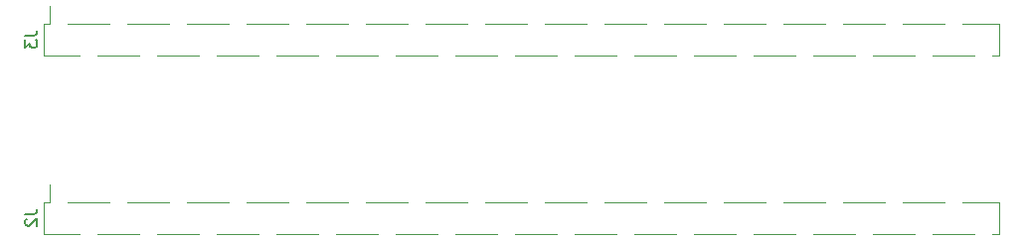
<source format=gbr>
G04 #@! TF.FileFunction,Legend,Bot*
%FSLAX46Y46*%
G04 Gerber Fmt 4.6, Leading zero omitted, Abs format (unit mm)*
G04 Created by KiCad (PCBNEW 4.0.7) date 02/22/18 18:04:52*
%MOMM*%
%LPD*%
G01*
G04 APERTURE LIST*
%ADD10C,0.100000*%
%ADD11C,0.120000*%
%ADD12C,0.150000*%
G04 APERTURE END LIST*
D10*
D11*
X114494000Y-100909000D02*
X114494000Y-103569000D01*
X195894000Y-100909000D02*
X195894000Y-103569000D01*
X114494000Y-103569000D02*
X117604000Y-103569000D01*
X115064000Y-100909000D02*
X115064000Y-99389000D01*
X114494000Y-100909000D02*
X115064000Y-100909000D01*
X195324000Y-103569000D02*
X195894000Y-103569000D01*
X119124000Y-103569000D02*
X122684000Y-103569000D01*
X124204000Y-103569000D02*
X127764000Y-103569000D01*
X129284000Y-103569000D02*
X132844000Y-103569000D01*
X134364000Y-103569000D02*
X137924000Y-103569000D01*
X139444000Y-103569000D02*
X143004000Y-103569000D01*
X144524000Y-103569000D02*
X148084000Y-103569000D01*
X149604000Y-103569000D02*
X153164000Y-103569000D01*
X154684000Y-103569000D02*
X158244000Y-103569000D01*
X159764000Y-103569000D02*
X163324000Y-103569000D01*
X164844000Y-103569000D02*
X168404000Y-103569000D01*
X169924000Y-103569000D02*
X173484000Y-103569000D01*
X175004000Y-103569000D02*
X178564000Y-103569000D01*
X180084000Y-103569000D02*
X183644000Y-103569000D01*
X185164000Y-103569000D02*
X188724000Y-103569000D01*
X190244000Y-103569000D02*
X193804000Y-103569000D01*
X116584000Y-100909000D02*
X120144000Y-100909000D01*
X121664000Y-100909000D02*
X125224000Y-100909000D01*
X126744000Y-100909000D02*
X130304000Y-100909000D01*
X131824000Y-100909000D02*
X135384000Y-100909000D01*
X136904000Y-100909000D02*
X140464000Y-100909000D01*
X141984000Y-100909000D02*
X145544000Y-100909000D01*
X147064000Y-100909000D02*
X150624000Y-100909000D01*
X152144000Y-100909000D02*
X155704000Y-100909000D01*
X157224000Y-100909000D02*
X160784000Y-100909000D01*
X162304000Y-100909000D02*
X165864000Y-100909000D01*
X167384000Y-100909000D02*
X170944000Y-100909000D01*
X172464000Y-100909000D02*
X176024000Y-100909000D01*
X177544000Y-100909000D02*
X181104000Y-100909000D01*
X182624000Y-100909000D02*
X186184000Y-100909000D01*
X187704000Y-100909000D02*
X191264000Y-100909000D01*
X192784000Y-100909000D02*
X195894000Y-100909000D01*
X114494000Y-85669000D02*
X114494000Y-88329000D01*
X195894000Y-85669000D02*
X195894000Y-88329000D01*
X114494000Y-88329000D02*
X117604000Y-88329000D01*
X115064000Y-85669000D02*
X115064000Y-84149000D01*
X114494000Y-85669000D02*
X115064000Y-85669000D01*
X195324000Y-88329000D02*
X195894000Y-88329000D01*
X119124000Y-88329000D02*
X122684000Y-88329000D01*
X124204000Y-88329000D02*
X127764000Y-88329000D01*
X129284000Y-88329000D02*
X132844000Y-88329000D01*
X134364000Y-88329000D02*
X137924000Y-88329000D01*
X139444000Y-88329000D02*
X143004000Y-88329000D01*
X144524000Y-88329000D02*
X148084000Y-88329000D01*
X149604000Y-88329000D02*
X153164000Y-88329000D01*
X154684000Y-88329000D02*
X158244000Y-88329000D01*
X159764000Y-88329000D02*
X163324000Y-88329000D01*
X164844000Y-88329000D02*
X168404000Y-88329000D01*
X169924000Y-88329000D02*
X173484000Y-88329000D01*
X175004000Y-88329000D02*
X178564000Y-88329000D01*
X180084000Y-88329000D02*
X183644000Y-88329000D01*
X185164000Y-88329000D02*
X188724000Y-88329000D01*
X190244000Y-88329000D02*
X193804000Y-88329000D01*
X116584000Y-85669000D02*
X120144000Y-85669000D01*
X121664000Y-85669000D02*
X125224000Y-85669000D01*
X126744000Y-85669000D02*
X130304000Y-85669000D01*
X131824000Y-85669000D02*
X135384000Y-85669000D01*
X136904000Y-85669000D02*
X140464000Y-85669000D01*
X141984000Y-85669000D02*
X145544000Y-85669000D01*
X147064000Y-85669000D02*
X150624000Y-85669000D01*
X152144000Y-85669000D02*
X155704000Y-85669000D01*
X157224000Y-85669000D02*
X160784000Y-85669000D01*
X162304000Y-85669000D02*
X165864000Y-85669000D01*
X167384000Y-85669000D02*
X170944000Y-85669000D01*
X172464000Y-85669000D02*
X176024000Y-85669000D01*
X177544000Y-85669000D02*
X181104000Y-85669000D01*
X182624000Y-85669000D02*
X186184000Y-85669000D01*
X187704000Y-85669000D02*
X191264000Y-85669000D01*
X192784000Y-85669000D02*
X195894000Y-85669000D01*
D12*
X112946381Y-101905667D02*
X113660667Y-101905667D01*
X113803524Y-101858047D01*
X113898762Y-101762809D01*
X113946381Y-101619952D01*
X113946381Y-101524714D01*
X113041619Y-102334238D02*
X112994000Y-102381857D01*
X112946381Y-102477095D01*
X112946381Y-102715191D01*
X112994000Y-102810429D01*
X113041619Y-102858048D01*
X113136857Y-102905667D01*
X113232095Y-102905667D01*
X113374952Y-102858048D01*
X113946381Y-102286619D01*
X113946381Y-102905667D01*
X112946381Y-86665667D02*
X113660667Y-86665667D01*
X113803524Y-86618047D01*
X113898762Y-86522809D01*
X113946381Y-86379952D01*
X113946381Y-86284714D01*
X112946381Y-87046619D02*
X112946381Y-87665667D01*
X113327333Y-87332333D01*
X113327333Y-87475191D01*
X113374952Y-87570429D01*
X113422571Y-87618048D01*
X113517810Y-87665667D01*
X113755905Y-87665667D01*
X113851143Y-87618048D01*
X113898762Y-87570429D01*
X113946381Y-87475191D01*
X113946381Y-87189476D01*
X113898762Y-87094238D01*
X113851143Y-87046619D01*
M02*

</source>
